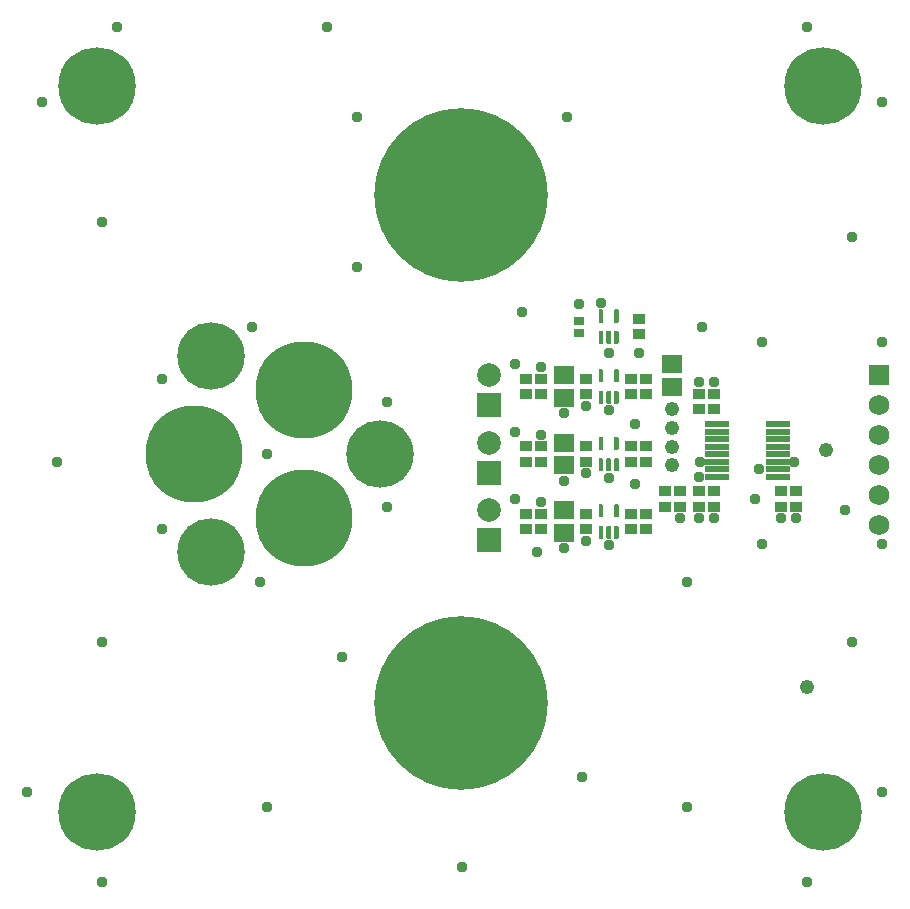
<source format=gbr>
G04 EAGLE Gerber RS-274X export*
G75*
%MOMM*%
%FSLAX34Y34*%
%LPD*%
%INSoldermask Top*%
%IPPOS*%
%AMOC8*
5,1,8,0,0,1.08239X$1,22.5*%
G01*
%ADD10C,14.703200*%
%ADD11R,0.903200X0.803200*%
%ADD12R,1.103200X0.903200*%
%ADD13R,2.006600X0.558800*%
%ADD14C,1.221200*%
%ADD15R,1.703200X1.503200*%
%ADD16R,2.003200X2.003200*%
%ADD17C,2.003200*%
%ADD18C,8.203200*%
%ADD19C,5.703200*%
%ADD20R,1.727200X1.727200*%
%ADD21C,1.727200*%
%ADD22C,6.553200*%
%ADD23C,0.959600*%

G36*
X588581Y562213D02*
X588581Y562213D01*
X588588Y562218D01*
X588593Y562214D01*
X588746Y562251D01*
X588749Y562256D01*
X588753Y562254D01*
X588898Y562314D01*
X588901Y562319D01*
X588905Y562317D01*
X589039Y562399D01*
X589041Y562405D01*
X589045Y562404D01*
X589164Y562506D01*
X589165Y562511D01*
X589169Y562511D01*
X589271Y562630D01*
X589272Y562636D01*
X589276Y562636D01*
X589358Y562770D01*
X589357Y562776D01*
X589358Y562776D01*
X589362Y562777D01*
X589422Y562922D01*
X589421Y562925D01*
X589423Y562926D01*
X589421Y562928D01*
X589424Y562929D01*
X589461Y563082D01*
X589459Y563088D01*
X589462Y563090D01*
X589474Y563246D01*
X589473Y563249D01*
X589474Y563250D01*
X589474Y572350D01*
X589472Y572352D01*
X589474Y572354D01*
X589462Y572510D01*
X589458Y572514D01*
X589461Y572518D01*
X589424Y572671D01*
X589419Y572674D01*
X589422Y572678D01*
X589362Y572823D01*
X589356Y572826D01*
X589358Y572830D01*
X589276Y572964D01*
X589271Y572966D01*
X589271Y572970D01*
X589169Y573089D01*
X589164Y573090D01*
X589164Y573094D01*
X589045Y573196D01*
X589039Y573197D01*
X589039Y573201D01*
X588905Y573283D01*
X588899Y573282D01*
X588898Y573287D01*
X588753Y573347D01*
X588747Y573345D01*
X588746Y573349D01*
X588593Y573386D01*
X588587Y573384D01*
X588585Y573387D01*
X588429Y573399D01*
X588426Y573397D01*
X588425Y573399D01*
X586469Y573387D01*
X586462Y573382D01*
X586457Y573386D01*
X586304Y573349D01*
X586301Y573344D01*
X586297Y573347D01*
X586152Y573287D01*
X586149Y573281D01*
X586145Y573283D01*
X586011Y573201D01*
X586009Y573196D01*
X586005Y573196D01*
X585886Y573094D01*
X585885Y573089D01*
X585881Y573089D01*
X585779Y572970D01*
X585778Y572964D01*
X585774Y572964D01*
X585692Y572830D01*
X585693Y572824D01*
X585689Y572823D01*
X585629Y572678D01*
X585630Y572672D01*
X585626Y572671D01*
X585589Y572518D01*
X585592Y572512D01*
X585588Y572510D01*
X585576Y572354D01*
X585578Y572351D01*
X585576Y572350D01*
X585576Y563250D01*
X585578Y563248D01*
X585576Y563246D01*
X585588Y563090D01*
X585592Y563086D01*
X585589Y563082D01*
X585626Y562929D01*
X585631Y562926D01*
X585629Y562922D01*
X585689Y562777D01*
X585694Y562774D01*
X585692Y562770D01*
X585774Y562636D01*
X585780Y562634D01*
X585779Y562630D01*
X585881Y562511D01*
X585886Y562510D01*
X585886Y562506D01*
X586005Y562404D01*
X586011Y562403D01*
X586011Y562399D01*
X586145Y562317D01*
X586151Y562318D01*
X586152Y562314D01*
X586297Y562254D01*
X586303Y562255D01*
X586304Y562251D01*
X586457Y562214D01*
X586463Y562217D01*
X586465Y562213D01*
X586621Y562201D01*
X586624Y562203D01*
X586625Y562201D01*
X588581Y562213D01*
G37*
G36*
X575581Y562213D02*
X575581Y562213D01*
X575588Y562218D01*
X575593Y562214D01*
X575746Y562251D01*
X575749Y562256D01*
X575753Y562254D01*
X575898Y562314D01*
X575901Y562319D01*
X575905Y562317D01*
X576039Y562399D01*
X576041Y562405D01*
X576045Y562404D01*
X576164Y562506D01*
X576165Y562511D01*
X576169Y562511D01*
X576271Y562630D01*
X576272Y562636D01*
X576276Y562636D01*
X576358Y562770D01*
X576357Y562776D01*
X576358Y562776D01*
X576362Y562777D01*
X576422Y562922D01*
X576421Y562925D01*
X576423Y562926D01*
X576421Y562928D01*
X576424Y562929D01*
X576461Y563082D01*
X576459Y563088D01*
X576462Y563090D01*
X576474Y563246D01*
X576473Y563249D01*
X576474Y563250D01*
X576474Y572350D01*
X576472Y572352D01*
X576474Y572354D01*
X576462Y572510D01*
X576458Y572514D01*
X576461Y572518D01*
X576424Y572671D01*
X576419Y572674D01*
X576422Y572678D01*
X576362Y572823D01*
X576356Y572826D01*
X576358Y572830D01*
X576276Y572964D01*
X576271Y572966D01*
X576271Y572970D01*
X576169Y573089D01*
X576164Y573090D01*
X576164Y573094D01*
X576045Y573196D01*
X576039Y573197D01*
X576039Y573201D01*
X575905Y573283D01*
X575899Y573282D01*
X575898Y573287D01*
X575753Y573347D01*
X575747Y573345D01*
X575746Y573349D01*
X575593Y573386D01*
X575587Y573384D01*
X575585Y573387D01*
X575429Y573399D01*
X575426Y573397D01*
X575425Y573399D01*
X573469Y573387D01*
X573462Y573382D01*
X573457Y573386D01*
X573304Y573349D01*
X573301Y573344D01*
X573297Y573347D01*
X573152Y573287D01*
X573149Y573281D01*
X573145Y573283D01*
X573011Y573201D01*
X573009Y573196D01*
X573005Y573196D01*
X572886Y573094D01*
X572885Y573089D01*
X572881Y573089D01*
X572779Y572970D01*
X572778Y572964D01*
X572774Y572964D01*
X572692Y572830D01*
X572693Y572824D01*
X572689Y572823D01*
X572629Y572678D01*
X572630Y572672D01*
X572626Y572671D01*
X572589Y572518D01*
X572592Y572512D01*
X572588Y572510D01*
X572576Y572354D01*
X572578Y572351D01*
X572576Y572350D01*
X572576Y563250D01*
X572578Y563248D01*
X572576Y563246D01*
X572588Y563090D01*
X572592Y563086D01*
X572589Y563082D01*
X572626Y562929D01*
X572631Y562926D01*
X572629Y562922D01*
X572689Y562777D01*
X572694Y562774D01*
X572692Y562770D01*
X572774Y562636D01*
X572780Y562634D01*
X572779Y562630D01*
X572881Y562511D01*
X572886Y562510D01*
X572886Y562506D01*
X573005Y562404D01*
X573011Y562403D01*
X573011Y562399D01*
X573145Y562317D01*
X573151Y562318D01*
X573152Y562314D01*
X573297Y562254D01*
X573303Y562255D01*
X573304Y562251D01*
X573457Y562214D01*
X573463Y562217D01*
X573465Y562213D01*
X573621Y562201D01*
X573624Y562203D01*
X573625Y562201D01*
X575581Y562213D01*
G37*
G36*
X582081Y544213D02*
X582081Y544213D01*
X582088Y544218D01*
X582093Y544214D01*
X582246Y544251D01*
X582249Y544256D01*
X582253Y544254D01*
X582398Y544314D01*
X582401Y544319D01*
X582405Y544317D01*
X582539Y544399D01*
X582541Y544405D01*
X582545Y544404D01*
X582664Y544506D01*
X582665Y544511D01*
X582669Y544511D01*
X582771Y544630D01*
X582772Y544636D01*
X582776Y544636D01*
X582858Y544770D01*
X582857Y544776D01*
X582858Y544776D01*
X582862Y544777D01*
X582922Y544922D01*
X582921Y544925D01*
X582923Y544926D01*
X582921Y544928D01*
X582924Y544929D01*
X582961Y545082D01*
X582959Y545088D01*
X582962Y545090D01*
X582974Y545246D01*
X582973Y545249D01*
X582974Y545250D01*
X582974Y554350D01*
X582972Y554352D01*
X582974Y554354D01*
X582962Y554510D01*
X582958Y554514D01*
X582961Y554518D01*
X582924Y554671D01*
X582919Y554674D01*
X582922Y554678D01*
X582862Y554823D01*
X582856Y554826D01*
X582858Y554830D01*
X582776Y554964D01*
X582771Y554966D01*
X582771Y554970D01*
X582669Y555089D01*
X582664Y555090D01*
X582664Y555094D01*
X582545Y555196D01*
X582539Y555197D01*
X582539Y555201D01*
X582405Y555283D01*
X582399Y555282D01*
X582398Y555287D01*
X582253Y555347D01*
X582247Y555345D01*
X582246Y555349D01*
X582093Y555386D01*
X582087Y555384D01*
X582085Y555387D01*
X581929Y555399D01*
X581926Y555397D01*
X581925Y555399D01*
X579969Y555387D01*
X579962Y555382D01*
X579957Y555386D01*
X579804Y555349D01*
X579801Y555344D01*
X579797Y555347D01*
X579652Y555287D01*
X579649Y555281D01*
X579645Y555283D01*
X579511Y555201D01*
X579509Y555196D01*
X579505Y555196D01*
X579386Y555094D01*
X579385Y555089D01*
X579381Y555089D01*
X579279Y554970D01*
X579278Y554964D01*
X579274Y554964D01*
X579192Y554830D01*
X579193Y554824D01*
X579189Y554823D01*
X579129Y554678D01*
X579130Y554672D01*
X579126Y554671D01*
X579089Y554518D01*
X579092Y554512D01*
X579088Y554510D01*
X579076Y554354D01*
X579078Y554351D01*
X579076Y554350D01*
X579076Y545250D01*
X579078Y545248D01*
X579076Y545246D01*
X579088Y545090D01*
X579092Y545086D01*
X579089Y545082D01*
X579126Y544929D01*
X579131Y544926D01*
X579129Y544922D01*
X579189Y544777D01*
X579194Y544774D01*
X579192Y544770D01*
X579274Y544636D01*
X579280Y544634D01*
X579279Y544630D01*
X579381Y544511D01*
X579386Y544510D01*
X579386Y544506D01*
X579505Y544404D01*
X579511Y544403D01*
X579511Y544399D01*
X579645Y544317D01*
X579651Y544318D01*
X579652Y544314D01*
X579797Y544254D01*
X579803Y544255D01*
X579804Y544251D01*
X579957Y544214D01*
X579963Y544217D01*
X579965Y544213D01*
X580121Y544201D01*
X580124Y544203D01*
X580125Y544201D01*
X582081Y544213D01*
G37*
G36*
X588581Y544213D02*
X588581Y544213D01*
X588588Y544218D01*
X588593Y544214D01*
X588746Y544251D01*
X588749Y544256D01*
X588753Y544254D01*
X588898Y544314D01*
X588901Y544319D01*
X588905Y544317D01*
X589039Y544399D01*
X589041Y544405D01*
X589045Y544404D01*
X589164Y544506D01*
X589165Y544511D01*
X589169Y544511D01*
X589271Y544630D01*
X589272Y544636D01*
X589276Y544636D01*
X589358Y544770D01*
X589357Y544776D01*
X589358Y544776D01*
X589362Y544777D01*
X589422Y544922D01*
X589421Y544925D01*
X589423Y544926D01*
X589421Y544928D01*
X589424Y544929D01*
X589461Y545082D01*
X589459Y545088D01*
X589462Y545090D01*
X589474Y545246D01*
X589473Y545249D01*
X589474Y545250D01*
X589474Y554350D01*
X589472Y554352D01*
X589474Y554354D01*
X589462Y554510D01*
X589458Y554514D01*
X589461Y554518D01*
X589424Y554671D01*
X589419Y554674D01*
X589422Y554678D01*
X589362Y554823D01*
X589356Y554826D01*
X589358Y554830D01*
X589276Y554964D01*
X589271Y554966D01*
X589271Y554970D01*
X589169Y555089D01*
X589164Y555090D01*
X589164Y555094D01*
X589045Y555196D01*
X589039Y555197D01*
X589039Y555201D01*
X588905Y555283D01*
X588899Y555282D01*
X588898Y555287D01*
X588753Y555347D01*
X588747Y555345D01*
X588746Y555349D01*
X588593Y555386D01*
X588587Y555384D01*
X588585Y555387D01*
X588429Y555399D01*
X588426Y555397D01*
X588425Y555399D01*
X586469Y555387D01*
X586462Y555382D01*
X586457Y555386D01*
X586304Y555349D01*
X586301Y555344D01*
X586297Y555347D01*
X586152Y555287D01*
X586149Y555281D01*
X586145Y555283D01*
X586011Y555201D01*
X586009Y555196D01*
X586005Y555196D01*
X585886Y555094D01*
X585885Y555089D01*
X585881Y555089D01*
X585779Y554970D01*
X585778Y554964D01*
X585774Y554964D01*
X585692Y554830D01*
X585693Y554824D01*
X585689Y554823D01*
X585629Y554678D01*
X585630Y554672D01*
X585626Y554671D01*
X585589Y554518D01*
X585592Y554512D01*
X585588Y554510D01*
X585576Y554354D01*
X585578Y554351D01*
X585576Y554350D01*
X585576Y545250D01*
X585578Y545248D01*
X585576Y545246D01*
X585588Y545090D01*
X585592Y545086D01*
X585589Y545082D01*
X585626Y544929D01*
X585631Y544926D01*
X585629Y544922D01*
X585689Y544777D01*
X585694Y544774D01*
X585692Y544770D01*
X585774Y544636D01*
X585780Y544634D01*
X585779Y544630D01*
X585881Y544511D01*
X585886Y544510D01*
X585886Y544506D01*
X586005Y544404D01*
X586011Y544403D01*
X586011Y544399D01*
X586145Y544317D01*
X586151Y544318D01*
X586152Y544314D01*
X586297Y544254D01*
X586303Y544255D01*
X586304Y544251D01*
X586457Y544214D01*
X586463Y544217D01*
X586465Y544213D01*
X586621Y544201D01*
X586624Y544203D01*
X586625Y544201D01*
X588581Y544213D01*
G37*
G36*
X575581Y544213D02*
X575581Y544213D01*
X575588Y544218D01*
X575593Y544214D01*
X575746Y544251D01*
X575749Y544256D01*
X575753Y544254D01*
X575898Y544314D01*
X575901Y544319D01*
X575905Y544317D01*
X576039Y544399D01*
X576041Y544405D01*
X576045Y544404D01*
X576164Y544506D01*
X576165Y544511D01*
X576169Y544511D01*
X576271Y544630D01*
X576272Y544636D01*
X576276Y544636D01*
X576358Y544770D01*
X576357Y544776D01*
X576358Y544776D01*
X576362Y544777D01*
X576422Y544922D01*
X576421Y544925D01*
X576423Y544926D01*
X576421Y544928D01*
X576424Y544929D01*
X576461Y545082D01*
X576459Y545088D01*
X576462Y545090D01*
X576474Y545246D01*
X576473Y545249D01*
X576474Y545250D01*
X576474Y554350D01*
X576472Y554352D01*
X576474Y554354D01*
X576462Y554510D01*
X576458Y554514D01*
X576461Y554518D01*
X576424Y554671D01*
X576419Y554674D01*
X576422Y554678D01*
X576362Y554823D01*
X576356Y554826D01*
X576358Y554830D01*
X576276Y554964D01*
X576271Y554966D01*
X576271Y554970D01*
X576169Y555089D01*
X576164Y555090D01*
X576164Y555094D01*
X576045Y555196D01*
X576039Y555197D01*
X576039Y555201D01*
X575905Y555283D01*
X575899Y555282D01*
X575898Y555287D01*
X575753Y555347D01*
X575747Y555345D01*
X575746Y555349D01*
X575593Y555386D01*
X575587Y555384D01*
X575585Y555387D01*
X575429Y555399D01*
X575426Y555397D01*
X575425Y555399D01*
X573469Y555387D01*
X573462Y555382D01*
X573457Y555386D01*
X573304Y555349D01*
X573301Y555344D01*
X573297Y555347D01*
X573152Y555287D01*
X573149Y555281D01*
X573145Y555283D01*
X573011Y555201D01*
X573009Y555196D01*
X573005Y555196D01*
X572886Y555094D01*
X572885Y555089D01*
X572881Y555089D01*
X572779Y554970D01*
X572778Y554964D01*
X572774Y554964D01*
X572692Y554830D01*
X572693Y554824D01*
X572689Y554823D01*
X572629Y554678D01*
X572630Y554672D01*
X572626Y554671D01*
X572589Y554518D01*
X572592Y554512D01*
X572588Y554510D01*
X572576Y554354D01*
X572578Y554351D01*
X572576Y554350D01*
X572576Y545250D01*
X572578Y545248D01*
X572576Y545246D01*
X572588Y545090D01*
X572592Y545086D01*
X572589Y545082D01*
X572626Y544929D01*
X572631Y544926D01*
X572629Y544922D01*
X572689Y544777D01*
X572694Y544774D01*
X572692Y544770D01*
X572774Y544636D01*
X572780Y544634D01*
X572779Y544630D01*
X572881Y544511D01*
X572886Y544510D01*
X572886Y544506D01*
X573005Y544404D01*
X573011Y544403D01*
X573011Y544399D01*
X573145Y544317D01*
X573151Y544318D01*
X573152Y544314D01*
X573297Y544254D01*
X573303Y544255D01*
X573304Y544251D01*
X573457Y544214D01*
X573463Y544217D01*
X573465Y544213D01*
X573621Y544201D01*
X573624Y544203D01*
X573625Y544201D01*
X575581Y544213D01*
G37*
G36*
X588581Y511613D02*
X588581Y511613D01*
X588588Y511618D01*
X588593Y511614D01*
X588746Y511651D01*
X588749Y511656D01*
X588753Y511654D01*
X588898Y511714D01*
X588901Y511719D01*
X588905Y511717D01*
X589039Y511799D01*
X589041Y511805D01*
X589045Y511804D01*
X589164Y511906D01*
X589165Y511911D01*
X589169Y511911D01*
X589271Y512030D01*
X589272Y512036D01*
X589276Y512036D01*
X589358Y512170D01*
X589357Y512176D01*
X589358Y512176D01*
X589362Y512177D01*
X589422Y512322D01*
X589421Y512325D01*
X589423Y512326D01*
X589421Y512328D01*
X589424Y512329D01*
X589461Y512482D01*
X589459Y512488D01*
X589462Y512490D01*
X589474Y512646D01*
X589473Y512649D01*
X589474Y512650D01*
X589474Y521550D01*
X589472Y521552D01*
X589474Y521554D01*
X589462Y521710D01*
X589458Y521714D01*
X589461Y521718D01*
X589424Y521871D01*
X589419Y521874D01*
X589422Y521878D01*
X589362Y522023D01*
X589356Y522026D01*
X589358Y522030D01*
X589276Y522164D01*
X589271Y522166D01*
X589271Y522170D01*
X589169Y522289D01*
X589164Y522290D01*
X589164Y522294D01*
X589045Y522396D01*
X589039Y522397D01*
X589039Y522401D01*
X588905Y522483D01*
X588899Y522482D01*
X588898Y522487D01*
X588753Y522547D01*
X588747Y522545D01*
X588746Y522549D01*
X588593Y522586D01*
X588587Y522584D01*
X588585Y522587D01*
X588429Y522599D01*
X588426Y522597D01*
X588425Y522599D01*
X586469Y522587D01*
X586464Y522584D01*
X586460Y522584D01*
X586457Y522586D01*
X586304Y522549D01*
X586301Y522544D01*
X586297Y522547D01*
X586152Y522487D01*
X586149Y522481D01*
X586145Y522483D01*
X586011Y522401D01*
X586009Y522396D01*
X586005Y522396D01*
X585886Y522294D01*
X585885Y522289D01*
X585881Y522289D01*
X585779Y522170D01*
X585778Y522164D01*
X585774Y522164D01*
X585692Y522030D01*
X585693Y522024D01*
X585689Y522023D01*
X585629Y521878D01*
X585630Y521872D01*
X585626Y521871D01*
X585589Y521718D01*
X585591Y521712D01*
X585590Y521711D01*
X585588Y521710D01*
X585576Y521554D01*
X585578Y521551D01*
X585576Y521550D01*
X585576Y512650D01*
X585578Y512648D01*
X585576Y512646D01*
X585588Y512490D01*
X585592Y512486D01*
X585589Y512482D01*
X585626Y512329D01*
X585631Y512326D01*
X585629Y512322D01*
X585689Y512177D01*
X585694Y512174D01*
X585692Y512170D01*
X585774Y512036D01*
X585780Y512034D01*
X585779Y512030D01*
X585881Y511911D01*
X585886Y511910D01*
X585886Y511906D01*
X586005Y511804D01*
X586011Y511803D01*
X586011Y511799D01*
X586145Y511717D01*
X586151Y511718D01*
X586152Y511714D01*
X586297Y511654D01*
X586303Y511655D01*
X586304Y511651D01*
X586457Y511614D01*
X586463Y511617D01*
X586465Y511613D01*
X586621Y511601D01*
X586624Y511603D01*
X586625Y511601D01*
X588581Y511613D01*
G37*
G36*
X575581Y511613D02*
X575581Y511613D01*
X575588Y511618D01*
X575593Y511614D01*
X575746Y511651D01*
X575749Y511656D01*
X575753Y511654D01*
X575898Y511714D01*
X575901Y511719D01*
X575905Y511717D01*
X576039Y511799D01*
X576041Y511805D01*
X576045Y511804D01*
X576164Y511906D01*
X576165Y511911D01*
X576169Y511911D01*
X576271Y512030D01*
X576272Y512036D01*
X576276Y512036D01*
X576358Y512170D01*
X576357Y512176D01*
X576358Y512176D01*
X576362Y512177D01*
X576422Y512322D01*
X576421Y512325D01*
X576423Y512326D01*
X576421Y512328D01*
X576424Y512329D01*
X576461Y512482D01*
X576459Y512488D01*
X576462Y512490D01*
X576474Y512646D01*
X576473Y512649D01*
X576474Y512650D01*
X576474Y521550D01*
X576472Y521552D01*
X576474Y521554D01*
X576462Y521710D01*
X576458Y521714D01*
X576461Y521718D01*
X576424Y521871D01*
X576419Y521874D01*
X576422Y521878D01*
X576362Y522023D01*
X576356Y522026D01*
X576358Y522030D01*
X576276Y522164D01*
X576271Y522166D01*
X576271Y522170D01*
X576169Y522289D01*
X576164Y522290D01*
X576164Y522294D01*
X576045Y522396D01*
X576039Y522397D01*
X576039Y522401D01*
X575905Y522483D01*
X575899Y522482D01*
X575898Y522487D01*
X575753Y522547D01*
X575747Y522545D01*
X575746Y522549D01*
X575593Y522586D01*
X575587Y522584D01*
X575585Y522587D01*
X575429Y522599D01*
X575426Y522597D01*
X575425Y522599D01*
X573469Y522587D01*
X573464Y522584D01*
X573460Y522584D01*
X573457Y522586D01*
X573304Y522549D01*
X573301Y522544D01*
X573297Y522547D01*
X573152Y522487D01*
X573149Y522481D01*
X573145Y522483D01*
X573011Y522401D01*
X573009Y522396D01*
X573005Y522396D01*
X572886Y522294D01*
X572885Y522289D01*
X572881Y522289D01*
X572779Y522170D01*
X572778Y522164D01*
X572774Y522164D01*
X572692Y522030D01*
X572693Y522024D01*
X572689Y522023D01*
X572629Y521878D01*
X572630Y521872D01*
X572626Y521871D01*
X572589Y521718D01*
X572591Y521712D01*
X572590Y521711D01*
X572588Y521710D01*
X572576Y521554D01*
X572578Y521551D01*
X572576Y521550D01*
X572576Y512650D01*
X572578Y512648D01*
X572576Y512646D01*
X572588Y512490D01*
X572592Y512486D01*
X572589Y512482D01*
X572626Y512329D01*
X572631Y512326D01*
X572629Y512322D01*
X572689Y512177D01*
X572694Y512174D01*
X572692Y512170D01*
X572774Y512036D01*
X572780Y512034D01*
X572779Y512030D01*
X572881Y511911D01*
X572886Y511910D01*
X572886Y511906D01*
X573005Y511804D01*
X573011Y511803D01*
X573011Y511799D01*
X573145Y511717D01*
X573151Y511718D01*
X573152Y511714D01*
X573297Y511654D01*
X573303Y511655D01*
X573304Y511651D01*
X573457Y511614D01*
X573463Y511617D01*
X573465Y511613D01*
X573621Y511601D01*
X573624Y511603D01*
X573625Y511601D01*
X575581Y511613D01*
G37*
G36*
X588581Y493413D02*
X588581Y493413D01*
X588588Y493418D01*
X588593Y493414D01*
X588746Y493451D01*
X588749Y493456D01*
X588753Y493454D01*
X588898Y493514D01*
X588901Y493519D01*
X588905Y493517D01*
X589039Y493599D01*
X589041Y493605D01*
X589045Y493604D01*
X589164Y493706D01*
X589165Y493711D01*
X589169Y493711D01*
X589271Y493830D01*
X589272Y493836D01*
X589276Y493836D01*
X589358Y493970D01*
X589357Y493976D01*
X589358Y493976D01*
X589362Y493977D01*
X589422Y494122D01*
X589421Y494125D01*
X589423Y494126D01*
X589421Y494128D01*
X589424Y494129D01*
X589461Y494282D01*
X589459Y494288D01*
X589462Y494290D01*
X589474Y494446D01*
X589473Y494449D01*
X589474Y494450D01*
X589474Y503350D01*
X589472Y503352D01*
X589474Y503354D01*
X589462Y503510D01*
X589458Y503514D01*
X589461Y503518D01*
X589424Y503671D01*
X589419Y503674D01*
X589422Y503678D01*
X589362Y503823D01*
X589356Y503826D01*
X589358Y503830D01*
X589276Y503964D01*
X589271Y503966D01*
X589271Y503970D01*
X589169Y504089D01*
X589164Y504090D01*
X589164Y504094D01*
X589045Y504196D01*
X589039Y504197D01*
X589039Y504201D01*
X588905Y504283D01*
X588899Y504282D01*
X588898Y504287D01*
X588753Y504347D01*
X588747Y504345D01*
X588746Y504349D01*
X588593Y504386D01*
X588587Y504384D01*
X588585Y504387D01*
X588429Y504399D01*
X588426Y504397D01*
X588425Y504399D01*
X586469Y504387D01*
X586464Y504384D01*
X586460Y504384D01*
X586457Y504386D01*
X586304Y504349D01*
X586301Y504344D01*
X586297Y504347D01*
X586152Y504287D01*
X586149Y504281D01*
X586145Y504283D01*
X586011Y504201D01*
X586009Y504196D01*
X586005Y504196D01*
X585886Y504094D01*
X585885Y504089D01*
X585881Y504089D01*
X585779Y503970D01*
X585778Y503964D01*
X585774Y503964D01*
X585692Y503830D01*
X585693Y503824D01*
X585689Y503823D01*
X585629Y503678D01*
X585630Y503672D01*
X585626Y503671D01*
X585589Y503518D01*
X585591Y503512D01*
X585590Y503511D01*
X585588Y503510D01*
X585576Y503354D01*
X585578Y503351D01*
X585576Y503350D01*
X585576Y494450D01*
X585578Y494448D01*
X585576Y494446D01*
X585588Y494290D01*
X585592Y494286D01*
X585589Y494282D01*
X585626Y494129D01*
X585631Y494126D01*
X585629Y494122D01*
X585689Y493977D01*
X585694Y493974D01*
X585692Y493970D01*
X585774Y493836D01*
X585780Y493834D01*
X585779Y493830D01*
X585881Y493711D01*
X585886Y493710D01*
X585886Y493706D01*
X586005Y493604D01*
X586011Y493603D01*
X586011Y493599D01*
X586145Y493517D01*
X586151Y493518D01*
X586152Y493514D01*
X586297Y493454D01*
X586303Y493455D01*
X586304Y493451D01*
X586457Y493414D01*
X586463Y493417D01*
X586465Y493413D01*
X586621Y493401D01*
X586624Y493403D01*
X586625Y493401D01*
X588581Y493413D01*
G37*
G36*
X575581Y493413D02*
X575581Y493413D01*
X575588Y493418D01*
X575593Y493414D01*
X575746Y493451D01*
X575749Y493456D01*
X575753Y493454D01*
X575898Y493514D01*
X575901Y493519D01*
X575905Y493517D01*
X576039Y493599D01*
X576041Y493605D01*
X576045Y493604D01*
X576164Y493706D01*
X576165Y493711D01*
X576169Y493711D01*
X576271Y493830D01*
X576272Y493836D01*
X576276Y493836D01*
X576358Y493970D01*
X576357Y493976D01*
X576358Y493976D01*
X576362Y493977D01*
X576422Y494122D01*
X576421Y494125D01*
X576423Y494126D01*
X576421Y494128D01*
X576424Y494129D01*
X576461Y494282D01*
X576459Y494288D01*
X576462Y494290D01*
X576474Y494446D01*
X576473Y494449D01*
X576474Y494450D01*
X576474Y503350D01*
X576472Y503352D01*
X576474Y503354D01*
X576462Y503510D01*
X576458Y503514D01*
X576461Y503518D01*
X576424Y503671D01*
X576419Y503674D01*
X576422Y503678D01*
X576362Y503823D01*
X576356Y503826D01*
X576358Y503830D01*
X576276Y503964D01*
X576271Y503966D01*
X576271Y503970D01*
X576169Y504089D01*
X576164Y504090D01*
X576164Y504094D01*
X576045Y504196D01*
X576039Y504197D01*
X576039Y504201D01*
X575905Y504283D01*
X575899Y504282D01*
X575898Y504287D01*
X575753Y504347D01*
X575747Y504345D01*
X575746Y504349D01*
X575593Y504386D01*
X575587Y504384D01*
X575585Y504387D01*
X575429Y504399D01*
X575426Y504397D01*
X575425Y504399D01*
X573469Y504387D01*
X573464Y504384D01*
X573460Y504384D01*
X573457Y504386D01*
X573304Y504349D01*
X573301Y504344D01*
X573297Y504347D01*
X573152Y504287D01*
X573149Y504281D01*
X573145Y504283D01*
X573011Y504201D01*
X573009Y504196D01*
X573005Y504196D01*
X572886Y504094D01*
X572885Y504089D01*
X572881Y504089D01*
X572779Y503970D01*
X572778Y503964D01*
X572774Y503964D01*
X572692Y503830D01*
X572693Y503824D01*
X572689Y503823D01*
X572629Y503678D01*
X572630Y503672D01*
X572626Y503671D01*
X572589Y503518D01*
X572591Y503512D01*
X572590Y503511D01*
X572588Y503510D01*
X572576Y503354D01*
X572578Y503351D01*
X572576Y503350D01*
X572576Y494450D01*
X572578Y494448D01*
X572576Y494446D01*
X572588Y494290D01*
X572592Y494286D01*
X572589Y494282D01*
X572626Y494129D01*
X572631Y494126D01*
X572629Y494122D01*
X572689Y493977D01*
X572694Y493974D01*
X572692Y493970D01*
X572774Y493836D01*
X572780Y493834D01*
X572779Y493830D01*
X572881Y493711D01*
X572886Y493710D01*
X572886Y493706D01*
X573005Y493604D01*
X573011Y493603D01*
X573011Y493599D01*
X573145Y493517D01*
X573151Y493518D01*
X573152Y493514D01*
X573297Y493454D01*
X573303Y493455D01*
X573304Y493451D01*
X573457Y493414D01*
X573463Y493417D01*
X573465Y493413D01*
X573621Y493401D01*
X573624Y493403D01*
X573625Y493401D01*
X575581Y493413D01*
G37*
G36*
X582081Y493413D02*
X582081Y493413D01*
X582088Y493418D01*
X582093Y493414D01*
X582246Y493451D01*
X582249Y493456D01*
X582253Y493454D01*
X582398Y493514D01*
X582401Y493519D01*
X582405Y493517D01*
X582539Y493599D01*
X582541Y493605D01*
X582545Y493604D01*
X582664Y493706D01*
X582665Y493711D01*
X582669Y493711D01*
X582771Y493830D01*
X582772Y493836D01*
X582776Y493836D01*
X582858Y493970D01*
X582857Y493976D01*
X582858Y493976D01*
X582862Y493977D01*
X582922Y494122D01*
X582921Y494125D01*
X582923Y494126D01*
X582921Y494128D01*
X582924Y494129D01*
X582961Y494282D01*
X582959Y494288D01*
X582962Y494290D01*
X582974Y494446D01*
X582973Y494449D01*
X582974Y494450D01*
X582974Y503350D01*
X582972Y503352D01*
X582974Y503354D01*
X582962Y503510D01*
X582958Y503514D01*
X582961Y503518D01*
X582924Y503671D01*
X582919Y503674D01*
X582922Y503678D01*
X582862Y503823D01*
X582856Y503826D01*
X582858Y503830D01*
X582776Y503964D01*
X582771Y503966D01*
X582771Y503970D01*
X582669Y504089D01*
X582664Y504090D01*
X582664Y504094D01*
X582545Y504196D01*
X582539Y504197D01*
X582539Y504201D01*
X582405Y504283D01*
X582399Y504282D01*
X582398Y504287D01*
X582253Y504347D01*
X582247Y504345D01*
X582246Y504349D01*
X582093Y504386D01*
X582087Y504384D01*
X582085Y504387D01*
X581929Y504399D01*
X581926Y504397D01*
X581925Y504399D01*
X579969Y504387D01*
X579964Y504384D01*
X579960Y504384D01*
X579957Y504386D01*
X579804Y504349D01*
X579801Y504344D01*
X579797Y504347D01*
X579652Y504287D01*
X579649Y504281D01*
X579645Y504283D01*
X579511Y504201D01*
X579509Y504196D01*
X579505Y504196D01*
X579386Y504094D01*
X579385Y504089D01*
X579381Y504089D01*
X579279Y503970D01*
X579278Y503964D01*
X579274Y503964D01*
X579192Y503830D01*
X579193Y503824D01*
X579189Y503823D01*
X579129Y503678D01*
X579130Y503672D01*
X579126Y503671D01*
X579089Y503518D01*
X579091Y503512D01*
X579090Y503511D01*
X579088Y503510D01*
X579076Y503354D01*
X579078Y503351D01*
X579076Y503350D01*
X579076Y494450D01*
X579078Y494448D01*
X579076Y494446D01*
X579088Y494290D01*
X579092Y494286D01*
X579089Y494282D01*
X579126Y494129D01*
X579131Y494126D01*
X579129Y494122D01*
X579189Y493977D01*
X579194Y493974D01*
X579192Y493970D01*
X579274Y493836D01*
X579280Y493834D01*
X579279Y493830D01*
X579381Y493711D01*
X579386Y493710D01*
X579386Y493706D01*
X579505Y493604D01*
X579511Y493603D01*
X579511Y493599D01*
X579645Y493517D01*
X579651Y493518D01*
X579652Y493514D01*
X579797Y493454D01*
X579803Y493455D01*
X579804Y493451D01*
X579957Y493414D01*
X579963Y493417D01*
X579965Y493413D01*
X580121Y493401D01*
X580124Y493403D01*
X580125Y493401D01*
X582081Y493413D01*
G37*
G36*
X588581Y454463D02*
X588581Y454463D01*
X588588Y454468D01*
X588593Y454464D01*
X588746Y454501D01*
X588749Y454506D01*
X588753Y454504D01*
X588898Y454564D01*
X588901Y454569D01*
X588905Y454567D01*
X589039Y454649D01*
X589041Y454655D01*
X589045Y454654D01*
X589164Y454756D01*
X589165Y454761D01*
X589169Y454761D01*
X589271Y454880D01*
X589272Y454886D01*
X589276Y454886D01*
X589358Y455020D01*
X589357Y455026D01*
X589358Y455026D01*
X589362Y455027D01*
X589422Y455172D01*
X589421Y455175D01*
X589423Y455176D01*
X589421Y455178D01*
X589424Y455179D01*
X589461Y455332D01*
X589459Y455338D01*
X589462Y455340D01*
X589474Y455496D01*
X589473Y455499D01*
X589474Y455500D01*
X589474Y464400D01*
X589472Y464402D01*
X589474Y464404D01*
X589462Y464560D01*
X589458Y464564D01*
X589461Y464568D01*
X589424Y464721D01*
X589419Y464724D01*
X589422Y464728D01*
X589362Y464873D01*
X589356Y464876D01*
X589358Y464880D01*
X589276Y465014D01*
X589271Y465016D01*
X589271Y465020D01*
X589169Y465139D01*
X589164Y465140D01*
X589164Y465144D01*
X589045Y465246D01*
X589039Y465247D01*
X589039Y465251D01*
X588905Y465333D01*
X588899Y465332D01*
X588898Y465337D01*
X588753Y465397D01*
X588747Y465395D01*
X588746Y465399D01*
X588593Y465436D01*
X588587Y465434D01*
X588585Y465437D01*
X588429Y465449D01*
X588426Y465447D01*
X588425Y465449D01*
X586469Y465437D01*
X586464Y465434D01*
X586460Y465434D01*
X586457Y465436D01*
X586304Y465399D01*
X586301Y465394D01*
X586297Y465397D01*
X586152Y465337D01*
X586149Y465331D01*
X586145Y465333D01*
X586011Y465251D01*
X586009Y465246D01*
X586005Y465246D01*
X585886Y465144D01*
X585885Y465139D01*
X585881Y465139D01*
X585779Y465020D01*
X585778Y465014D01*
X585774Y465014D01*
X585692Y464880D01*
X585693Y464874D01*
X585689Y464873D01*
X585629Y464728D01*
X585630Y464722D01*
X585626Y464721D01*
X585589Y464568D01*
X585591Y464562D01*
X585590Y464561D01*
X585588Y464560D01*
X585576Y464404D01*
X585578Y464401D01*
X585576Y464400D01*
X585576Y455500D01*
X585578Y455498D01*
X585576Y455496D01*
X585588Y455340D01*
X585592Y455336D01*
X585589Y455332D01*
X585626Y455179D01*
X585631Y455176D01*
X585629Y455172D01*
X585689Y455027D01*
X585694Y455024D01*
X585692Y455020D01*
X585774Y454886D01*
X585780Y454884D01*
X585779Y454880D01*
X585881Y454761D01*
X585886Y454760D01*
X585886Y454756D01*
X586005Y454654D01*
X586011Y454653D01*
X586011Y454649D01*
X586145Y454567D01*
X586151Y454568D01*
X586152Y454564D01*
X586297Y454504D01*
X586303Y454505D01*
X586304Y454501D01*
X586457Y454464D01*
X586463Y454467D01*
X586465Y454463D01*
X586621Y454451D01*
X586624Y454453D01*
X586625Y454451D01*
X588581Y454463D01*
G37*
G36*
X575581Y454463D02*
X575581Y454463D01*
X575588Y454468D01*
X575593Y454464D01*
X575746Y454501D01*
X575749Y454506D01*
X575753Y454504D01*
X575898Y454564D01*
X575901Y454569D01*
X575905Y454567D01*
X576039Y454649D01*
X576041Y454655D01*
X576045Y454654D01*
X576164Y454756D01*
X576165Y454761D01*
X576169Y454761D01*
X576271Y454880D01*
X576272Y454886D01*
X576276Y454886D01*
X576358Y455020D01*
X576357Y455026D01*
X576358Y455026D01*
X576362Y455027D01*
X576422Y455172D01*
X576421Y455175D01*
X576423Y455176D01*
X576421Y455178D01*
X576424Y455179D01*
X576461Y455332D01*
X576459Y455338D01*
X576462Y455340D01*
X576474Y455496D01*
X576473Y455499D01*
X576474Y455500D01*
X576474Y464400D01*
X576472Y464402D01*
X576474Y464404D01*
X576462Y464560D01*
X576458Y464564D01*
X576461Y464568D01*
X576424Y464721D01*
X576419Y464724D01*
X576422Y464728D01*
X576362Y464873D01*
X576356Y464876D01*
X576358Y464880D01*
X576276Y465014D01*
X576271Y465016D01*
X576271Y465020D01*
X576169Y465139D01*
X576164Y465140D01*
X576164Y465144D01*
X576045Y465246D01*
X576039Y465247D01*
X576039Y465251D01*
X575905Y465333D01*
X575899Y465332D01*
X575898Y465337D01*
X575753Y465397D01*
X575747Y465395D01*
X575746Y465399D01*
X575593Y465436D01*
X575587Y465434D01*
X575585Y465437D01*
X575429Y465449D01*
X575426Y465447D01*
X575425Y465449D01*
X573469Y465437D01*
X573464Y465434D01*
X573460Y465434D01*
X573457Y465436D01*
X573304Y465399D01*
X573301Y465394D01*
X573297Y465397D01*
X573152Y465337D01*
X573149Y465331D01*
X573145Y465333D01*
X573011Y465251D01*
X573009Y465246D01*
X573005Y465246D01*
X572886Y465144D01*
X572885Y465139D01*
X572881Y465139D01*
X572779Y465020D01*
X572778Y465014D01*
X572774Y465014D01*
X572692Y464880D01*
X572693Y464874D01*
X572689Y464873D01*
X572629Y464728D01*
X572630Y464722D01*
X572626Y464721D01*
X572589Y464568D01*
X572591Y464562D01*
X572590Y464561D01*
X572588Y464560D01*
X572576Y464404D01*
X572578Y464401D01*
X572576Y464400D01*
X572576Y455500D01*
X572578Y455498D01*
X572576Y455496D01*
X572588Y455340D01*
X572592Y455336D01*
X572589Y455332D01*
X572626Y455179D01*
X572631Y455176D01*
X572629Y455172D01*
X572689Y455027D01*
X572694Y455024D01*
X572692Y455020D01*
X572774Y454886D01*
X572780Y454884D01*
X572779Y454880D01*
X572881Y454761D01*
X572886Y454760D01*
X572886Y454756D01*
X573005Y454654D01*
X573011Y454653D01*
X573011Y454649D01*
X573145Y454567D01*
X573151Y454568D01*
X573152Y454564D01*
X573297Y454504D01*
X573303Y454505D01*
X573304Y454501D01*
X573457Y454464D01*
X573463Y454467D01*
X573465Y454463D01*
X573621Y454451D01*
X573624Y454453D01*
X573625Y454451D01*
X575581Y454463D01*
G37*
G36*
X575581Y436263D02*
X575581Y436263D01*
X575588Y436268D01*
X575593Y436264D01*
X575746Y436301D01*
X575749Y436306D01*
X575753Y436304D01*
X575898Y436364D01*
X575901Y436369D01*
X575905Y436367D01*
X576039Y436449D01*
X576041Y436455D01*
X576045Y436454D01*
X576164Y436556D01*
X576165Y436561D01*
X576169Y436561D01*
X576271Y436680D01*
X576272Y436686D01*
X576276Y436686D01*
X576358Y436820D01*
X576357Y436826D01*
X576358Y436826D01*
X576362Y436827D01*
X576422Y436972D01*
X576421Y436975D01*
X576423Y436976D01*
X576421Y436978D01*
X576424Y436979D01*
X576461Y437132D01*
X576459Y437138D01*
X576462Y437140D01*
X576474Y437296D01*
X576473Y437299D01*
X576474Y437300D01*
X576474Y446200D01*
X576472Y446202D01*
X576474Y446204D01*
X576462Y446360D01*
X576458Y446364D01*
X576461Y446368D01*
X576424Y446521D01*
X576419Y446524D01*
X576422Y446528D01*
X576362Y446673D01*
X576356Y446676D01*
X576358Y446680D01*
X576276Y446814D01*
X576271Y446816D01*
X576271Y446820D01*
X576169Y446939D01*
X576164Y446940D01*
X576164Y446944D01*
X576045Y447046D01*
X576039Y447047D01*
X576039Y447051D01*
X575905Y447133D01*
X575899Y447132D01*
X575898Y447137D01*
X575753Y447197D01*
X575747Y447195D01*
X575746Y447199D01*
X575593Y447236D01*
X575587Y447234D01*
X575585Y447237D01*
X575429Y447249D01*
X575426Y447247D01*
X575425Y447249D01*
X573469Y447237D01*
X573464Y447234D01*
X573460Y447234D01*
X573457Y447236D01*
X573304Y447199D01*
X573301Y447194D01*
X573297Y447197D01*
X573152Y447137D01*
X573149Y447131D01*
X573145Y447133D01*
X573011Y447051D01*
X573009Y447046D01*
X573005Y447046D01*
X572886Y446944D01*
X572885Y446939D01*
X572881Y446939D01*
X572779Y446820D01*
X572778Y446814D01*
X572774Y446814D01*
X572692Y446680D01*
X572693Y446674D01*
X572689Y446673D01*
X572629Y446528D01*
X572630Y446522D01*
X572626Y446521D01*
X572589Y446368D01*
X572591Y446362D01*
X572590Y446361D01*
X572588Y446360D01*
X572576Y446204D01*
X572578Y446201D01*
X572576Y446200D01*
X572576Y437300D01*
X572578Y437298D01*
X572576Y437296D01*
X572588Y437140D01*
X572592Y437136D01*
X572589Y437132D01*
X572626Y436979D01*
X572631Y436976D01*
X572629Y436972D01*
X572689Y436827D01*
X572694Y436824D01*
X572692Y436820D01*
X572774Y436686D01*
X572780Y436684D01*
X572779Y436680D01*
X572881Y436561D01*
X572886Y436560D01*
X572886Y436556D01*
X573005Y436454D01*
X573011Y436453D01*
X573011Y436449D01*
X573145Y436367D01*
X573151Y436368D01*
X573152Y436364D01*
X573297Y436304D01*
X573303Y436305D01*
X573304Y436301D01*
X573457Y436264D01*
X573463Y436267D01*
X573465Y436263D01*
X573621Y436251D01*
X573624Y436253D01*
X573625Y436251D01*
X575581Y436263D01*
G37*
G36*
X588581Y436263D02*
X588581Y436263D01*
X588588Y436268D01*
X588593Y436264D01*
X588746Y436301D01*
X588749Y436306D01*
X588753Y436304D01*
X588898Y436364D01*
X588901Y436369D01*
X588905Y436367D01*
X589039Y436449D01*
X589041Y436455D01*
X589045Y436454D01*
X589164Y436556D01*
X589165Y436561D01*
X589169Y436561D01*
X589271Y436680D01*
X589272Y436686D01*
X589276Y436686D01*
X589358Y436820D01*
X589357Y436826D01*
X589358Y436826D01*
X589362Y436827D01*
X589422Y436972D01*
X589421Y436975D01*
X589423Y436976D01*
X589421Y436978D01*
X589424Y436979D01*
X589461Y437132D01*
X589459Y437138D01*
X589462Y437140D01*
X589474Y437296D01*
X589473Y437299D01*
X589474Y437300D01*
X589474Y446200D01*
X589472Y446202D01*
X589474Y446204D01*
X589462Y446360D01*
X589458Y446364D01*
X589461Y446368D01*
X589424Y446521D01*
X589419Y446524D01*
X589422Y446528D01*
X589362Y446673D01*
X589356Y446676D01*
X589358Y446680D01*
X589276Y446814D01*
X589271Y446816D01*
X589271Y446820D01*
X589169Y446939D01*
X589164Y446940D01*
X589164Y446944D01*
X589045Y447046D01*
X589039Y447047D01*
X589039Y447051D01*
X588905Y447133D01*
X588899Y447132D01*
X588898Y447137D01*
X588753Y447197D01*
X588747Y447195D01*
X588746Y447199D01*
X588593Y447236D01*
X588587Y447234D01*
X588585Y447237D01*
X588429Y447249D01*
X588426Y447247D01*
X588425Y447249D01*
X586469Y447237D01*
X586464Y447234D01*
X586460Y447234D01*
X586457Y447236D01*
X586304Y447199D01*
X586301Y447194D01*
X586297Y447197D01*
X586152Y447137D01*
X586149Y447131D01*
X586145Y447133D01*
X586011Y447051D01*
X586009Y447046D01*
X586005Y447046D01*
X585886Y446944D01*
X585885Y446939D01*
X585881Y446939D01*
X585779Y446820D01*
X585778Y446814D01*
X585774Y446814D01*
X585692Y446680D01*
X585693Y446674D01*
X585689Y446673D01*
X585629Y446528D01*
X585630Y446522D01*
X585626Y446521D01*
X585589Y446368D01*
X585591Y446362D01*
X585590Y446361D01*
X585588Y446360D01*
X585576Y446204D01*
X585578Y446201D01*
X585576Y446200D01*
X585576Y437300D01*
X585578Y437298D01*
X585576Y437296D01*
X585588Y437140D01*
X585592Y437136D01*
X585589Y437132D01*
X585626Y436979D01*
X585631Y436976D01*
X585629Y436972D01*
X585689Y436827D01*
X585694Y436824D01*
X585692Y436820D01*
X585774Y436686D01*
X585780Y436684D01*
X585779Y436680D01*
X585881Y436561D01*
X585886Y436560D01*
X585886Y436556D01*
X586005Y436454D01*
X586011Y436453D01*
X586011Y436449D01*
X586145Y436367D01*
X586151Y436368D01*
X586152Y436364D01*
X586297Y436304D01*
X586303Y436305D01*
X586304Y436301D01*
X586457Y436264D01*
X586463Y436267D01*
X586465Y436263D01*
X586621Y436251D01*
X586624Y436253D01*
X586625Y436251D01*
X588581Y436263D01*
G37*
G36*
X582081Y436263D02*
X582081Y436263D01*
X582088Y436268D01*
X582093Y436264D01*
X582246Y436301D01*
X582249Y436306D01*
X582253Y436304D01*
X582398Y436364D01*
X582401Y436369D01*
X582405Y436367D01*
X582539Y436449D01*
X582541Y436455D01*
X582545Y436454D01*
X582664Y436556D01*
X582665Y436561D01*
X582669Y436561D01*
X582771Y436680D01*
X582772Y436686D01*
X582776Y436686D01*
X582858Y436820D01*
X582857Y436826D01*
X582858Y436826D01*
X582862Y436827D01*
X582922Y436972D01*
X582921Y436975D01*
X582923Y436976D01*
X582921Y436978D01*
X582924Y436979D01*
X582961Y437132D01*
X582959Y437138D01*
X582962Y437140D01*
X582974Y437296D01*
X582973Y437299D01*
X582974Y437300D01*
X582974Y446200D01*
X582972Y446202D01*
X582974Y446204D01*
X582962Y446360D01*
X582958Y446364D01*
X582961Y446368D01*
X582924Y446521D01*
X582919Y446524D01*
X582922Y446528D01*
X582862Y446673D01*
X582856Y446676D01*
X582858Y446680D01*
X582776Y446814D01*
X582771Y446816D01*
X582771Y446820D01*
X582669Y446939D01*
X582664Y446940D01*
X582664Y446944D01*
X582545Y447046D01*
X582539Y447047D01*
X582539Y447051D01*
X582405Y447133D01*
X582399Y447132D01*
X582398Y447137D01*
X582253Y447197D01*
X582247Y447195D01*
X582246Y447199D01*
X582093Y447236D01*
X582087Y447234D01*
X582085Y447237D01*
X581929Y447249D01*
X581926Y447247D01*
X581925Y447249D01*
X579969Y447237D01*
X579964Y447234D01*
X579960Y447234D01*
X579957Y447236D01*
X579804Y447199D01*
X579801Y447194D01*
X579797Y447197D01*
X579652Y447137D01*
X579649Y447131D01*
X579645Y447133D01*
X579511Y447051D01*
X579509Y447046D01*
X579505Y447046D01*
X579386Y446944D01*
X579385Y446939D01*
X579381Y446939D01*
X579279Y446820D01*
X579278Y446814D01*
X579274Y446814D01*
X579192Y446680D01*
X579193Y446674D01*
X579189Y446673D01*
X579129Y446528D01*
X579130Y446522D01*
X579126Y446521D01*
X579089Y446368D01*
X579091Y446362D01*
X579090Y446361D01*
X579088Y446360D01*
X579076Y446204D01*
X579078Y446201D01*
X579076Y446200D01*
X579076Y437300D01*
X579078Y437298D01*
X579076Y437296D01*
X579088Y437140D01*
X579092Y437136D01*
X579089Y437132D01*
X579126Y436979D01*
X579131Y436976D01*
X579129Y436972D01*
X579189Y436827D01*
X579194Y436824D01*
X579192Y436820D01*
X579274Y436686D01*
X579280Y436684D01*
X579279Y436680D01*
X579381Y436561D01*
X579386Y436560D01*
X579386Y436556D01*
X579505Y436454D01*
X579511Y436453D01*
X579511Y436449D01*
X579645Y436367D01*
X579651Y436368D01*
X579652Y436364D01*
X579797Y436304D01*
X579803Y436305D01*
X579804Y436301D01*
X579957Y436264D01*
X579963Y436267D01*
X579965Y436263D01*
X580121Y436251D01*
X580124Y436253D01*
X580125Y436251D01*
X582081Y436263D01*
G37*
G36*
X588581Y397313D02*
X588581Y397313D01*
X588588Y397318D01*
X588593Y397314D01*
X588746Y397351D01*
X588749Y397356D01*
X588753Y397354D01*
X588898Y397414D01*
X588901Y397419D01*
X588905Y397417D01*
X589039Y397499D01*
X589041Y397505D01*
X589045Y397504D01*
X589164Y397606D01*
X589165Y397611D01*
X589169Y397611D01*
X589271Y397730D01*
X589272Y397736D01*
X589276Y397736D01*
X589358Y397870D01*
X589357Y397876D01*
X589358Y397876D01*
X589362Y397877D01*
X589422Y398022D01*
X589421Y398025D01*
X589423Y398026D01*
X589421Y398028D01*
X589424Y398029D01*
X589461Y398182D01*
X589459Y398188D01*
X589462Y398190D01*
X589474Y398346D01*
X589473Y398349D01*
X589474Y398350D01*
X589474Y407250D01*
X589472Y407252D01*
X589474Y407254D01*
X589462Y407410D01*
X589458Y407414D01*
X589461Y407418D01*
X589424Y407571D01*
X589419Y407574D01*
X589422Y407578D01*
X589362Y407723D01*
X589356Y407726D01*
X589358Y407730D01*
X589276Y407864D01*
X589271Y407866D01*
X589271Y407870D01*
X589169Y407989D01*
X589164Y407990D01*
X589164Y407994D01*
X589045Y408096D01*
X589039Y408097D01*
X589039Y408101D01*
X588905Y408183D01*
X588899Y408182D01*
X588898Y408187D01*
X588753Y408247D01*
X588747Y408245D01*
X588746Y408249D01*
X588593Y408286D01*
X588587Y408284D01*
X588585Y408287D01*
X588429Y408299D01*
X588426Y408297D01*
X588425Y408299D01*
X586469Y408287D01*
X586464Y408284D01*
X586460Y408284D01*
X586457Y408286D01*
X586304Y408249D01*
X586301Y408244D01*
X586297Y408247D01*
X586152Y408187D01*
X586149Y408181D01*
X586145Y408183D01*
X586011Y408101D01*
X586009Y408096D01*
X586005Y408096D01*
X585886Y407994D01*
X585885Y407989D01*
X585881Y407989D01*
X585779Y407870D01*
X585778Y407864D01*
X585774Y407864D01*
X585692Y407730D01*
X585693Y407724D01*
X585689Y407723D01*
X585629Y407578D01*
X585630Y407572D01*
X585626Y407571D01*
X585589Y407418D01*
X585591Y407412D01*
X585590Y407411D01*
X585588Y407410D01*
X585576Y407254D01*
X585578Y407251D01*
X585576Y407250D01*
X585576Y398350D01*
X585578Y398348D01*
X585576Y398346D01*
X585588Y398190D01*
X585592Y398186D01*
X585589Y398182D01*
X585626Y398029D01*
X585631Y398026D01*
X585629Y398022D01*
X585689Y397877D01*
X585694Y397874D01*
X585692Y397870D01*
X585774Y397736D01*
X585780Y397734D01*
X585779Y397730D01*
X585881Y397611D01*
X585886Y397610D01*
X585886Y397606D01*
X586005Y397504D01*
X586011Y397503D01*
X586011Y397499D01*
X586145Y397417D01*
X586151Y397418D01*
X586152Y397414D01*
X586297Y397354D01*
X586303Y397355D01*
X586304Y397351D01*
X586457Y397314D01*
X586463Y397317D01*
X586465Y397313D01*
X586621Y397301D01*
X586624Y397303D01*
X586625Y397301D01*
X588581Y397313D01*
G37*
G36*
X575581Y397313D02*
X575581Y397313D01*
X575588Y397318D01*
X575593Y397314D01*
X575746Y397351D01*
X575749Y397356D01*
X575753Y397354D01*
X575898Y397414D01*
X575901Y397419D01*
X575905Y397417D01*
X576039Y397499D01*
X576041Y397505D01*
X576045Y397504D01*
X576164Y397606D01*
X576165Y397611D01*
X576169Y397611D01*
X576271Y397730D01*
X576272Y397736D01*
X576276Y397736D01*
X576358Y397870D01*
X576357Y397876D01*
X576358Y397876D01*
X576362Y397877D01*
X576422Y398022D01*
X576421Y398025D01*
X576423Y398026D01*
X576421Y398028D01*
X576424Y398029D01*
X576461Y398182D01*
X576459Y398188D01*
X576462Y398190D01*
X576474Y398346D01*
X576473Y398349D01*
X576474Y398350D01*
X576474Y407250D01*
X576472Y407252D01*
X576474Y407254D01*
X576462Y407410D01*
X576458Y407414D01*
X576461Y407418D01*
X576424Y407571D01*
X576419Y407574D01*
X576422Y407578D01*
X576362Y407723D01*
X576356Y407726D01*
X576358Y407730D01*
X576276Y407864D01*
X576271Y407866D01*
X576271Y407870D01*
X576169Y407989D01*
X576164Y407990D01*
X576164Y407994D01*
X576045Y408096D01*
X576039Y408097D01*
X576039Y408101D01*
X575905Y408183D01*
X575899Y408182D01*
X575898Y408187D01*
X575753Y408247D01*
X575747Y408245D01*
X575746Y408249D01*
X575593Y408286D01*
X575587Y408284D01*
X575585Y408287D01*
X575429Y408299D01*
X575426Y408297D01*
X575425Y408299D01*
X573469Y408287D01*
X573464Y408284D01*
X573460Y408284D01*
X573457Y408286D01*
X573304Y408249D01*
X573301Y408244D01*
X573297Y408247D01*
X573152Y408187D01*
X573149Y408181D01*
X573145Y408183D01*
X573011Y408101D01*
X573009Y408096D01*
X573005Y408096D01*
X572886Y407994D01*
X572885Y407989D01*
X572881Y407989D01*
X572779Y407870D01*
X572778Y407864D01*
X572774Y407864D01*
X572692Y407730D01*
X572693Y407724D01*
X572689Y407723D01*
X572629Y407578D01*
X572630Y407572D01*
X572626Y407571D01*
X572589Y407418D01*
X572591Y407412D01*
X572590Y407411D01*
X572588Y407410D01*
X572576Y407254D01*
X572578Y407251D01*
X572576Y407250D01*
X572576Y398350D01*
X572578Y398348D01*
X572576Y398346D01*
X572588Y398190D01*
X572592Y398186D01*
X572589Y398182D01*
X572626Y398029D01*
X572631Y398026D01*
X572629Y398022D01*
X572689Y397877D01*
X572694Y397874D01*
X572692Y397870D01*
X572774Y397736D01*
X572780Y397734D01*
X572779Y397730D01*
X572881Y397611D01*
X572886Y397610D01*
X572886Y397606D01*
X573005Y397504D01*
X573011Y397503D01*
X573011Y397499D01*
X573145Y397417D01*
X573151Y397418D01*
X573152Y397414D01*
X573297Y397354D01*
X573303Y397355D01*
X573304Y397351D01*
X573457Y397314D01*
X573463Y397317D01*
X573465Y397313D01*
X573621Y397301D01*
X573624Y397303D01*
X573625Y397301D01*
X575581Y397313D01*
G37*
G36*
X575581Y379113D02*
X575581Y379113D01*
X575588Y379118D01*
X575593Y379114D01*
X575746Y379151D01*
X575749Y379156D01*
X575753Y379154D01*
X575898Y379214D01*
X575901Y379219D01*
X575905Y379217D01*
X576039Y379299D01*
X576041Y379305D01*
X576045Y379304D01*
X576164Y379406D01*
X576165Y379411D01*
X576169Y379411D01*
X576271Y379530D01*
X576272Y379536D01*
X576276Y379536D01*
X576358Y379670D01*
X576357Y379676D01*
X576358Y379676D01*
X576362Y379677D01*
X576422Y379822D01*
X576421Y379825D01*
X576423Y379826D01*
X576421Y379828D01*
X576424Y379829D01*
X576461Y379982D01*
X576459Y379988D01*
X576462Y379990D01*
X576474Y380146D01*
X576473Y380149D01*
X576474Y380150D01*
X576474Y389050D01*
X576472Y389052D01*
X576474Y389054D01*
X576462Y389210D01*
X576458Y389214D01*
X576461Y389218D01*
X576424Y389371D01*
X576419Y389374D01*
X576422Y389378D01*
X576362Y389523D01*
X576356Y389526D01*
X576358Y389530D01*
X576276Y389664D01*
X576271Y389666D01*
X576271Y389670D01*
X576169Y389789D01*
X576164Y389790D01*
X576164Y389794D01*
X576045Y389896D01*
X576039Y389897D01*
X576039Y389901D01*
X575905Y389983D01*
X575899Y389982D01*
X575898Y389987D01*
X575753Y390047D01*
X575747Y390045D01*
X575746Y390049D01*
X575593Y390086D01*
X575587Y390084D01*
X575585Y390087D01*
X575429Y390099D01*
X575426Y390097D01*
X575425Y390099D01*
X573469Y390087D01*
X573464Y390084D01*
X573460Y390084D01*
X573457Y390086D01*
X573304Y390049D01*
X573301Y390044D01*
X573297Y390047D01*
X573152Y389987D01*
X573149Y389981D01*
X573145Y389983D01*
X573011Y389901D01*
X573009Y389896D01*
X573005Y389896D01*
X572886Y389794D01*
X572885Y389789D01*
X572881Y389789D01*
X572779Y389670D01*
X572778Y389664D01*
X572774Y389664D01*
X572692Y389530D01*
X572693Y389524D01*
X572689Y389523D01*
X572629Y389378D01*
X572630Y389372D01*
X572626Y389371D01*
X572589Y389218D01*
X572591Y389212D01*
X572590Y389211D01*
X572588Y389210D01*
X572576Y389054D01*
X572578Y389051D01*
X572576Y389050D01*
X572576Y380150D01*
X572578Y380148D01*
X572576Y380146D01*
X572588Y379990D01*
X572592Y379986D01*
X572589Y379982D01*
X572626Y379829D01*
X572631Y379826D01*
X572629Y379822D01*
X572689Y379677D01*
X572694Y379674D01*
X572692Y379670D01*
X572774Y379536D01*
X572780Y379534D01*
X572779Y379530D01*
X572881Y379411D01*
X572886Y379410D01*
X572886Y379406D01*
X573005Y379304D01*
X573011Y379303D01*
X573011Y379299D01*
X573145Y379217D01*
X573151Y379218D01*
X573152Y379214D01*
X573297Y379154D01*
X573303Y379155D01*
X573304Y379151D01*
X573457Y379114D01*
X573463Y379117D01*
X573465Y379113D01*
X573621Y379101D01*
X573624Y379103D01*
X573625Y379101D01*
X575581Y379113D01*
G37*
G36*
X588581Y379113D02*
X588581Y379113D01*
X588588Y379118D01*
X588593Y379114D01*
X588746Y379151D01*
X588749Y379156D01*
X588753Y379154D01*
X588898Y379214D01*
X588901Y379219D01*
X588905Y379217D01*
X589039Y379299D01*
X589041Y379305D01*
X589045Y379304D01*
X589164Y379406D01*
X589165Y379411D01*
X589169Y379411D01*
X589271Y379530D01*
X589272Y379536D01*
X589276Y379536D01*
X589358Y379670D01*
X589357Y379676D01*
X589358Y379676D01*
X589362Y379677D01*
X589422Y379822D01*
X589421Y379825D01*
X589423Y379826D01*
X589421Y379828D01*
X589424Y379829D01*
X589461Y379982D01*
X589459Y379988D01*
X589462Y379990D01*
X589474Y380146D01*
X589473Y380149D01*
X589474Y380150D01*
X589474Y389050D01*
X589472Y389052D01*
X589474Y389054D01*
X589462Y389210D01*
X589458Y389214D01*
X589461Y389218D01*
X589424Y389371D01*
X589419Y389374D01*
X589422Y389378D01*
X589362Y389523D01*
X589356Y389526D01*
X589358Y389530D01*
X589276Y389664D01*
X589271Y389666D01*
X589271Y389670D01*
X589169Y389789D01*
X589164Y389790D01*
X589164Y389794D01*
X589045Y389896D01*
X589039Y389897D01*
X589039Y389901D01*
X588905Y389983D01*
X588899Y389982D01*
X588898Y389987D01*
X588753Y390047D01*
X588747Y390045D01*
X588746Y390049D01*
X588593Y390086D01*
X588587Y390084D01*
X588585Y390087D01*
X588429Y390099D01*
X588426Y390097D01*
X588425Y390099D01*
X586469Y390087D01*
X586464Y390084D01*
X586460Y390084D01*
X586457Y390086D01*
X586304Y390049D01*
X586301Y390044D01*
X586297Y390047D01*
X586152Y389987D01*
X586149Y389981D01*
X586145Y389983D01*
X586011Y389901D01*
X586009Y389896D01*
X586005Y389896D01*
X585886Y389794D01*
X585885Y389789D01*
X585881Y389789D01*
X585779Y389670D01*
X585778Y389664D01*
X585774Y389664D01*
X585692Y389530D01*
X585693Y389524D01*
X585689Y389523D01*
X585629Y389378D01*
X585630Y389372D01*
X585626Y389371D01*
X585589Y389218D01*
X585591Y389212D01*
X585590Y389211D01*
X585588Y389210D01*
X585576Y389054D01*
X585578Y389051D01*
X585576Y389050D01*
X585576Y380150D01*
X585578Y380148D01*
X585576Y380146D01*
X585588Y379990D01*
X585592Y379986D01*
X585589Y379982D01*
X585626Y379829D01*
X585631Y379826D01*
X585629Y379822D01*
X585689Y379677D01*
X585694Y379674D01*
X585692Y379670D01*
X585774Y379536D01*
X585780Y379534D01*
X585779Y379530D01*
X585881Y379411D01*
X585886Y379410D01*
X585886Y379406D01*
X586005Y379304D01*
X586011Y379303D01*
X586011Y379299D01*
X586145Y379217D01*
X586151Y379218D01*
X586152Y379214D01*
X586297Y379154D01*
X586303Y379155D01*
X586304Y379151D01*
X586457Y379114D01*
X586463Y379117D01*
X586465Y379113D01*
X586621Y379101D01*
X586624Y379103D01*
X586625Y379101D01*
X588581Y379113D01*
G37*
G36*
X582081Y379113D02*
X582081Y379113D01*
X582088Y379118D01*
X582093Y379114D01*
X582246Y379151D01*
X582249Y379156D01*
X582253Y379154D01*
X582398Y379214D01*
X582401Y379219D01*
X582405Y379217D01*
X582539Y379299D01*
X582541Y379305D01*
X582545Y379304D01*
X582664Y379406D01*
X582665Y379411D01*
X582669Y379411D01*
X582771Y379530D01*
X582772Y379536D01*
X582776Y379536D01*
X582858Y379670D01*
X582857Y379676D01*
X582858Y379676D01*
X582862Y379677D01*
X582922Y379822D01*
X582921Y379825D01*
X582923Y379826D01*
X582921Y379828D01*
X582924Y379829D01*
X582961Y379982D01*
X582959Y379988D01*
X582962Y379990D01*
X582974Y380146D01*
X582973Y380149D01*
X582974Y380150D01*
X582974Y389050D01*
X582972Y389052D01*
X582974Y389054D01*
X582962Y389210D01*
X582958Y389214D01*
X582961Y389218D01*
X582924Y389371D01*
X582919Y389374D01*
X582922Y389378D01*
X582862Y389523D01*
X582856Y389526D01*
X582858Y389530D01*
X582776Y389664D01*
X582771Y389666D01*
X582771Y389670D01*
X582669Y389789D01*
X582664Y389790D01*
X582664Y389794D01*
X582545Y389896D01*
X582539Y389897D01*
X582539Y389901D01*
X582405Y389983D01*
X582399Y389982D01*
X582398Y389987D01*
X582253Y390047D01*
X582247Y390045D01*
X582246Y390049D01*
X582093Y390086D01*
X582087Y390084D01*
X582085Y390087D01*
X581929Y390099D01*
X581926Y390097D01*
X581925Y390099D01*
X579969Y390087D01*
X579964Y390084D01*
X579960Y390084D01*
X579957Y390086D01*
X579804Y390049D01*
X579801Y390044D01*
X579797Y390047D01*
X579652Y389987D01*
X579649Y389981D01*
X579645Y389983D01*
X579511Y389901D01*
X579509Y389896D01*
X579505Y389896D01*
X579386Y389794D01*
X579385Y389789D01*
X579381Y389789D01*
X579279Y389670D01*
X579278Y389664D01*
X579274Y389664D01*
X579192Y389530D01*
X579193Y389524D01*
X579189Y389523D01*
X579129Y389378D01*
X579130Y389372D01*
X579126Y389371D01*
X579089Y389218D01*
X579091Y389212D01*
X579090Y389211D01*
X579088Y389210D01*
X579076Y389054D01*
X579078Y389051D01*
X579076Y389050D01*
X579076Y380150D01*
X579078Y380148D01*
X579076Y380146D01*
X579088Y379990D01*
X579092Y379986D01*
X579089Y379982D01*
X579126Y379829D01*
X579131Y379826D01*
X579129Y379822D01*
X579189Y379677D01*
X579194Y379674D01*
X579192Y379670D01*
X579274Y379536D01*
X579280Y379534D01*
X579279Y379530D01*
X579381Y379411D01*
X579386Y379410D01*
X579386Y379406D01*
X579505Y379304D01*
X579511Y379303D01*
X579511Y379299D01*
X579645Y379217D01*
X579651Y379218D01*
X579652Y379214D01*
X579797Y379154D01*
X579803Y379155D01*
X579804Y379151D01*
X579957Y379114D01*
X579963Y379117D01*
X579965Y379113D01*
X580121Y379101D01*
X580124Y379103D01*
X580125Y379101D01*
X582081Y379113D01*
G37*
D10*
X455828Y670000D03*
X455828Y240000D03*
D11*
X555625Y553800D03*
X555625Y563800D03*
D12*
X606425Y565300D03*
X606425Y552300D03*
D13*
X672973Y476250D03*
X672973Y469900D03*
X672973Y463550D03*
X672973Y457200D03*
X672973Y450850D03*
X672973Y444500D03*
X672973Y438150D03*
X672973Y431800D03*
X724027Y431800D03*
X724027Y438150D03*
X724027Y444500D03*
X724027Y450850D03*
X724027Y457200D03*
X724027Y463550D03*
X724027Y469900D03*
X724027Y476250D03*
D12*
X657225Y419250D03*
X657225Y406250D03*
X669925Y419250D03*
X669925Y406250D03*
X657225Y488800D03*
X657225Y501800D03*
X669925Y488800D03*
X669925Y501800D03*
X727075Y419250D03*
X727075Y406250D03*
X739775Y419250D03*
X739775Y406250D03*
D14*
X635000Y488950D03*
D12*
X641350Y419250D03*
X641350Y406250D03*
D15*
X542925Y517500D03*
X542925Y498500D03*
D12*
X561975Y514500D03*
X561975Y501500D03*
X523875Y514500D03*
X523875Y501500D03*
X511175Y501500D03*
X511175Y514500D03*
D14*
X635000Y473075D03*
D12*
X600075Y501500D03*
X600075Y514500D03*
X612775Y501500D03*
X612775Y514500D03*
D15*
X542925Y460350D03*
X542925Y441350D03*
D12*
X561975Y457350D03*
X561975Y444350D03*
X523875Y457350D03*
X523875Y444350D03*
X511175Y444350D03*
X511175Y457350D03*
D14*
X635000Y457200D03*
D12*
X600075Y444350D03*
X600075Y457350D03*
D15*
X542925Y403200D03*
X542925Y384200D03*
D12*
X561975Y400200D03*
X561975Y387200D03*
X523875Y400200D03*
X523875Y387200D03*
X511175Y387200D03*
X511175Y400200D03*
D14*
X635000Y441325D03*
D12*
X600075Y387200D03*
X600075Y400200D03*
X612775Y444350D03*
X612775Y457350D03*
X612775Y387200D03*
X612775Y400200D03*
X628650Y419250D03*
X628650Y406250D03*
D16*
X479425Y377825D03*
D17*
X479425Y403225D03*
D16*
X479425Y434975D03*
D17*
X479425Y460375D03*
D16*
X479425Y492125D03*
D17*
X479425Y517525D03*
D15*
X635000Y527025D03*
X635000Y508025D03*
D14*
X765175Y454025D03*
D18*
X323350Y504977D03*
X229600Y450850D03*
X323350Y396723D03*
D19*
X244300Y368058D03*
X244300Y533642D03*
X387700Y450850D03*
D20*
X809625Y517525D03*
D21*
X809625Y492125D03*
X809625Y466725D03*
X809625Y441325D03*
X809625Y415925D03*
X809625Y390525D03*
D22*
X147500Y762450D03*
X147500Y147500D03*
X762450Y147500D03*
X762450Y762450D03*
D14*
X749300Y254000D03*
D23*
X555625Y578106D03*
X581025Y536657D03*
X574675Y578656D03*
X606425Y536575D03*
X738350Y444500D03*
X658650Y444500D03*
X669925Y396444D03*
X657225Y396444D03*
X657225Y511606D03*
X669925Y511606D03*
X542925Y485344D03*
X561975Y491694D03*
X581025Y488144D03*
X523875Y524306D03*
X542925Y428194D03*
X561975Y434544D03*
X581025Y430994D03*
X523875Y467156D03*
X542925Y371044D03*
X561975Y377394D03*
X581025Y373844D03*
X523875Y410006D03*
X641350Y396444D03*
X727075Y396444D03*
X739775Y396875D03*
X711200Y546100D03*
X812800Y546100D03*
X704850Y412750D03*
X781050Y403225D03*
X711200Y374650D03*
X812800Y374650D03*
X101600Y749300D03*
X152400Y647700D03*
X165100Y812800D03*
X342900Y812800D03*
X368300Y736600D03*
X546100Y736600D03*
X368300Y609600D03*
X508000Y571500D03*
X660400Y558800D03*
X787400Y635000D03*
X812800Y749300D03*
X749300Y812800D03*
X647700Y342900D03*
X787400Y292100D03*
X558800Y177800D03*
X647700Y152400D03*
X749300Y88900D03*
X812800Y165100D03*
X457200Y101600D03*
X355600Y279400D03*
X292100Y152400D03*
X152400Y88900D03*
X88900Y165100D03*
X152400Y292100D03*
X285750Y342900D03*
X203200Y387350D03*
X114300Y444500D03*
X203200Y514350D03*
X292100Y450850D03*
X393700Y406400D03*
X393700Y495300D03*
X279400Y558800D03*
X501650Y527050D03*
X501650Y469900D03*
X501650Y412750D03*
X603250Y425450D03*
X603250Y476250D03*
X520700Y368300D03*
X657225Y431800D03*
X708025Y438150D03*
M02*

</source>
